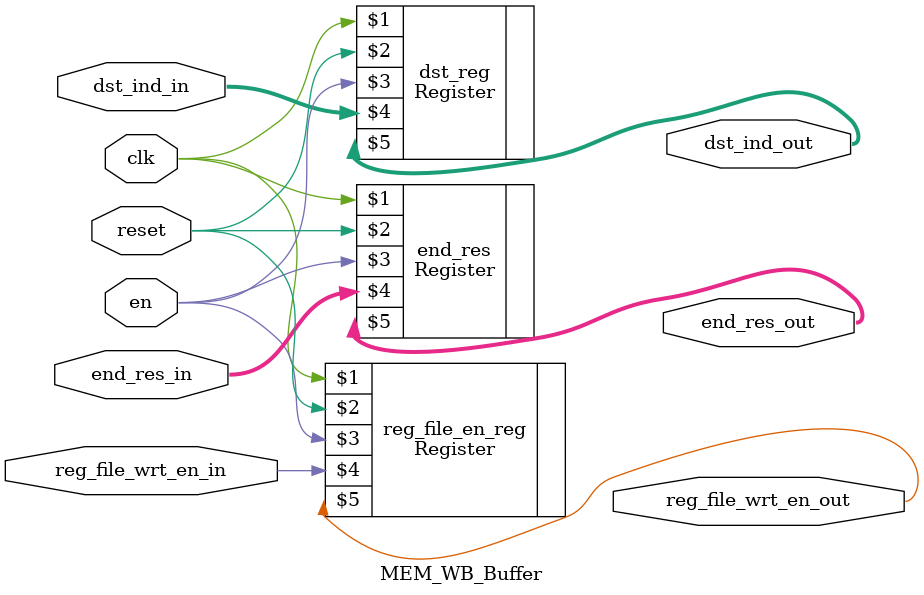
<source format=v>
module MEM_WB_Buffer(clk, reset, en, reg_file_wrt_en_in, reg_file_wrt_en_out, dst_ind_in,
	dst_ind_out, end_res_in, end_res_out);
    parameter BIT_WIDTH = 32;
    parameter REG_INDEX_BIT_WIDTH        = 4;

    input clk, reset, en, reg_file_wrt_en_in;
    input[REG_INDEX_BIT_WIDTH-1 : 0] dst_ind_in;
    input[BIT_WIDTH-1 : 0] end_res_in;
    output reg_file_wrt_en_out;
    output[REG_INDEX_BIT_WIDTH-1 : 0] dst_ind_out;
    output[BIT_WIDTH-1 : 0] end_res_out;

    Register #(.BIT_WIDTH(1)) reg_file_en_reg(clk, reset, en,
        reg_file_wrt_en_in, reg_file_wrt_en_out);
    Register #(.BIT_WIDTH(REG_INDEX_BIT_WIDTH)) dst_reg(clk,
        reset, en, dst_ind_in, dst_ind_out);
    Register #(.BIT_WIDTH(REG_INDEX_BIT_WIDTH)) end_res(clk,
        reset, en, end_res_in, end_res_out);
endmodule
</source>
